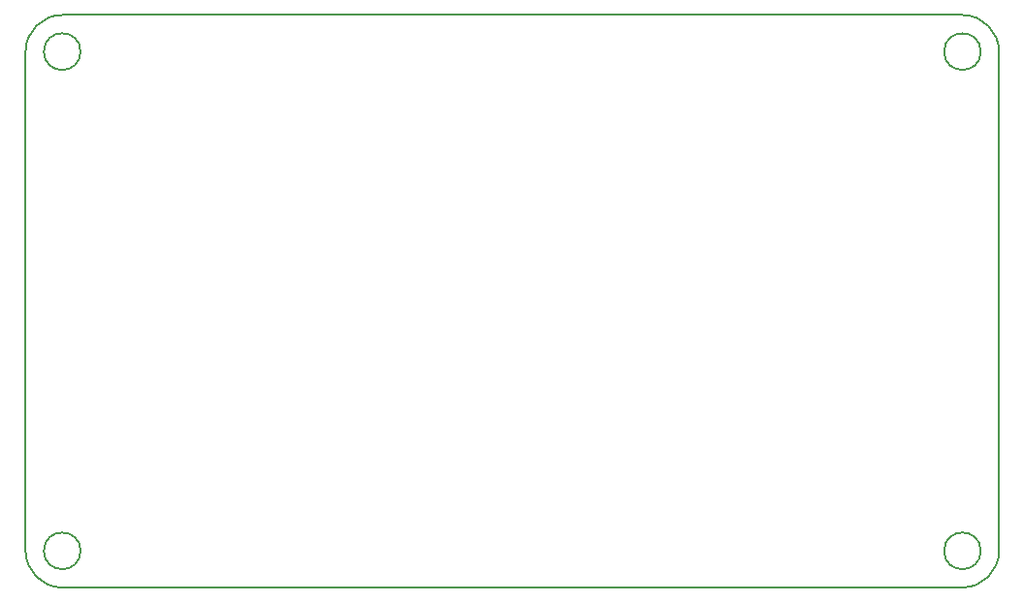
<source format=gm1>
G04 #@! TF.GenerationSoftware,KiCad,Pcbnew,(5.1.9)-1*
G04 #@! TF.CreationDate,2022-01-14T23:32:11+03:00*
G04 #@! TF.ProjectId,HW,48572e6b-6963-4616-945f-706362585858,rev?*
G04 #@! TF.SameCoordinates,Original*
G04 #@! TF.FileFunction,Profile,NP*
%FSLAX46Y46*%
G04 Gerber Fmt 4.6, Leading zero omitted, Abs format (unit mm)*
G04 Created by KiCad (PCBNEW (5.1.9)-1) date 2022-01-14 23:32:11*
%MOMM*%
%LPD*%
G01*
G04 APERTURE LIST*
G04 #@! TA.AperFunction,Profile*
%ADD10C,0.200000*%
G04 #@! TD*
G04 APERTURE END LIST*
D10*
X104750000Y-109220000D02*
X104750000Y-65620000D01*
X186550000Y-62420000D02*
G75*
G02*
X189750000Y-65620000I0J-3200000D01*
G01*
X109550001Y-65620000D02*
G75*
G03*
X109550001Y-65620000I-1600001J0D01*
G01*
X189750000Y-109220000D02*
X189750000Y-65620000D01*
X104750000Y-65620000D02*
G75*
G02*
X107950000Y-62420000I3200000J0D01*
G01*
X188149999Y-109220000D02*
G75*
G03*
X188149999Y-109220000I-1599999J0D01*
G01*
X188149999Y-65620000D02*
G75*
G03*
X188149999Y-65620000I-1599999J0D01*
G01*
X107950000Y-112420000D02*
X186550000Y-112420000D01*
X109550001Y-109220000D02*
G75*
G03*
X109550001Y-109220000I-1600001J0D01*
G01*
X189750000Y-109220000D02*
G75*
G02*
X186550000Y-112420000I-3200000J0D01*
G01*
X107950000Y-62420000D02*
X186550000Y-62420000D01*
X107950000Y-112420000D02*
G75*
G02*
X104750000Y-109220000I0J3200000D01*
G01*
M02*

</source>
